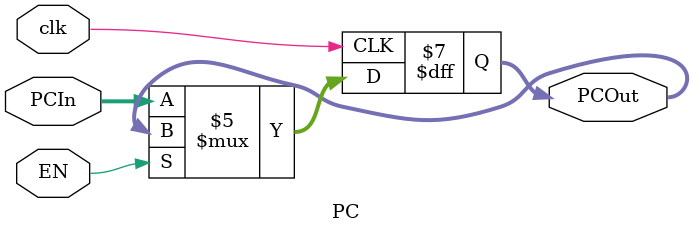
<source format=v>
`timescale 1ns / 1ps

module PC(
    input clk,
    input EN,
    input [31:0] PCIn, // Program Counter (next instruction)
    output reg [31:0] PCOut // Program Counter (current instruction)
    );
    
    initial begin // Initial PC to 0 on startup
        PCOut <= 0;
    end
    
    always @(posedge clk) begin
        if (EN == 1) begin
            PCOut <= PCOut;
        end
        else begin
            PCOut <= PCIn;
        end
    end
endmodule

</source>
